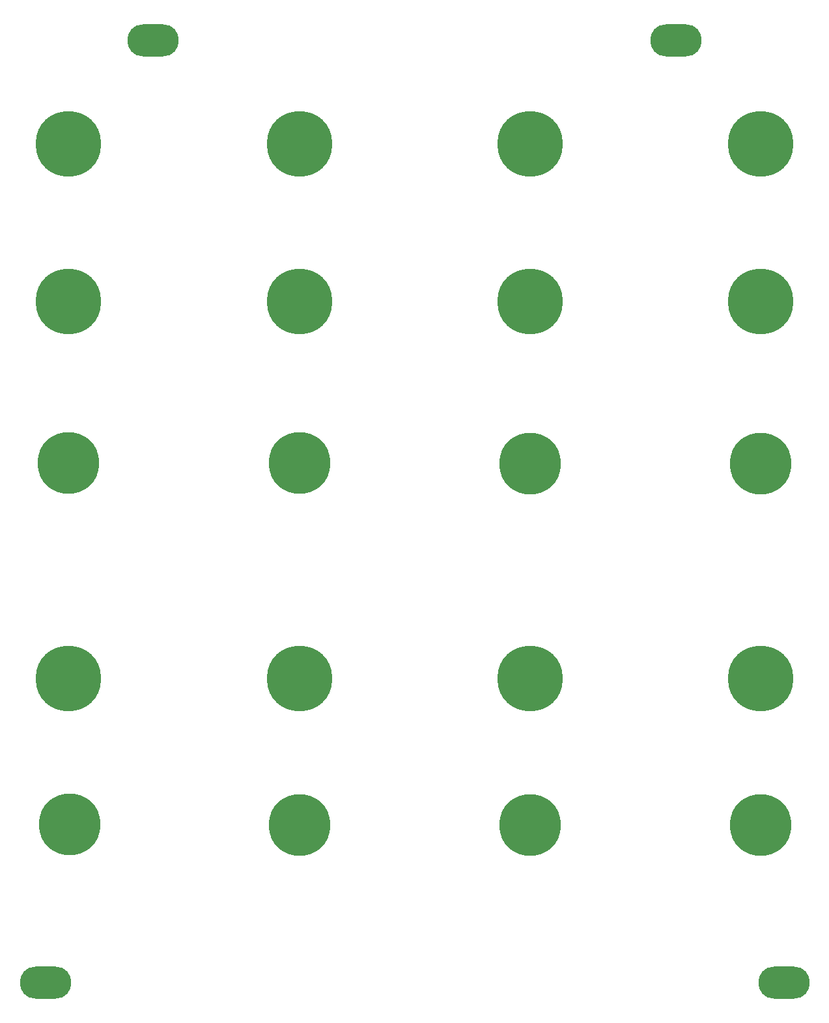
<source format=gbr>
G04 #@! TF.GenerationSoftware,KiCad,Pcbnew,(6.0.6)*
G04 #@! TF.CreationDate,2022-11-24T12:53:55+00:00*
G04 #@! TF.ProjectId,Drumbox,4472756d-626f-4782-9e6b-696361645f70,rev?*
G04 #@! TF.SameCoordinates,Original*
G04 #@! TF.FileFunction,Copper,L1,Top*
G04 #@! TF.FilePolarity,Positive*
%FSLAX46Y46*%
G04 Gerber Fmt 4.6, Leading zero omitted, Abs format (unit mm)*
G04 Created by KiCad (PCBNEW (6.0.6)) date 2022-11-24 12:53:55*
%MOMM*%
%LPD*%
G01*
G04 APERTURE LIST*
G04 #@! TA.AperFunction,ComponentPad*
%ADD10O,6.700000X4.200000*%
G04 #@! TD*
G04 #@! TA.AperFunction,ViaPad*
%ADD11C,8.000000*%
G04 #@! TD*
G04 #@! TA.AperFunction,ViaPad*
%ADD12C,8.500000*%
G04 #@! TD*
G04 APERTURE END LIST*
D10*
X54000000Y-162000000D03*
X136000000Y-39500000D03*
X68000000Y-39500000D03*
X150000000Y-162000000D03*
D11*
X57100000Y-141450000D03*
D12*
X86999327Y-52990916D03*
X116992606Y-52998655D03*
X57000000Y-122500000D03*
D11*
X116997644Y-141497644D03*
X117000000Y-94500000D03*
X86989232Y-94492932D03*
X146992586Y-141491588D03*
D12*
X56984521Y-52998309D03*
X86994632Y-73498991D03*
X146986537Y-52997983D03*
D11*
X147000000Y-94500000D03*
D12*
X116990244Y-122496639D03*
X116997977Y-73496300D03*
X86995066Y-122496300D03*
X146998766Y-73497533D03*
D11*
X86999999Y-141491588D03*
D12*
X146985173Y-122498991D03*
X56978457Y-73472408D03*
D11*
X56991588Y-94488900D03*
M02*

</source>
